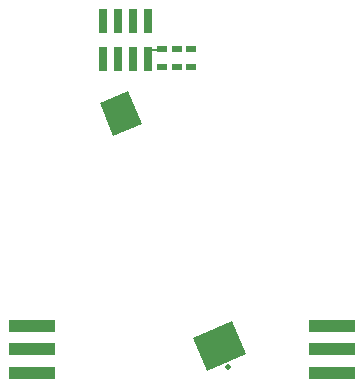
<source format=gbs>
G04 #@! TF.FileFunction,Soldermask,Bot*
%FSLAX46Y46*%
G04 Gerber Fmt 4.6, Leading zero omitted, Abs format (unit mm)*
G04 Created by KiCad (PCBNEW 4.0.0-rc2-stable) date 3/3/2016 3:43:28 PM*
%MOMM*%
G01*
G04 APERTURE LIST*
%ADD10C,0.150000*%
%ADD11R,4.000000X1.000000*%
%ADD12C,0.600000*%
%ADD13C,0.500000*%
%ADD14R,0.760000X2.000000*%
%ADD15R,0.740000X2.000000*%
%ADD16R,0.900000X0.600000*%
%ADD17R,0.900000X0.200000*%
G04 APERTURE END LIST*
D10*
D11*
X74383090Y-50192200D03*
X74383090Y-48192200D03*
X74383090Y-46192200D03*
D12*
X73383090Y-50192200D03*
X73383090Y-48192200D03*
X73383090Y-46192200D03*
D11*
X49020840Y-46192200D03*
X49020840Y-48192200D03*
X49020840Y-50192200D03*
D12*
X50020840Y-46192200D03*
X50020840Y-48192200D03*
X50020840Y-50192200D03*
D10*
G36*
X57108998Y-26325484D02*
X58281191Y-29086999D01*
X55887878Y-30102900D01*
X54715685Y-27341385D01*
X57108998Y-26325484D01*
X57108998Y-26325484D01*
G37*
G36*
X65930897Y-45828923D02*
X67103090Y-48590437D01*
X63789273Y-49997069D01*
X62617080Y-47235555D01*
X65930897Y-45828923D01*
X65930897Y-45828923D01*
G37*
D13*
X65602474Y-49661955D03*
D14*
X58800830Y-20383680D03*
X57530830Y-20383680D03*
X56260830Y-20383680D03*
X54990830Y-20383680D03*
X58800830Y-23583680D03*
X57530830Y-23583680D03*
X56260830Y-23583680D03*
D15*
X54990830Y-23583680D03*
D16*
X59995830Y-24283680D03*
X59995830Y-22783680D03*
X61245830Y-22783680D03*
X61245830Y-24283680D03*
X62495830Y-24283680D03*
X62495830Y-22783680D03*
D17*
X59345830Y-22833680D03*
M02*

</source>
